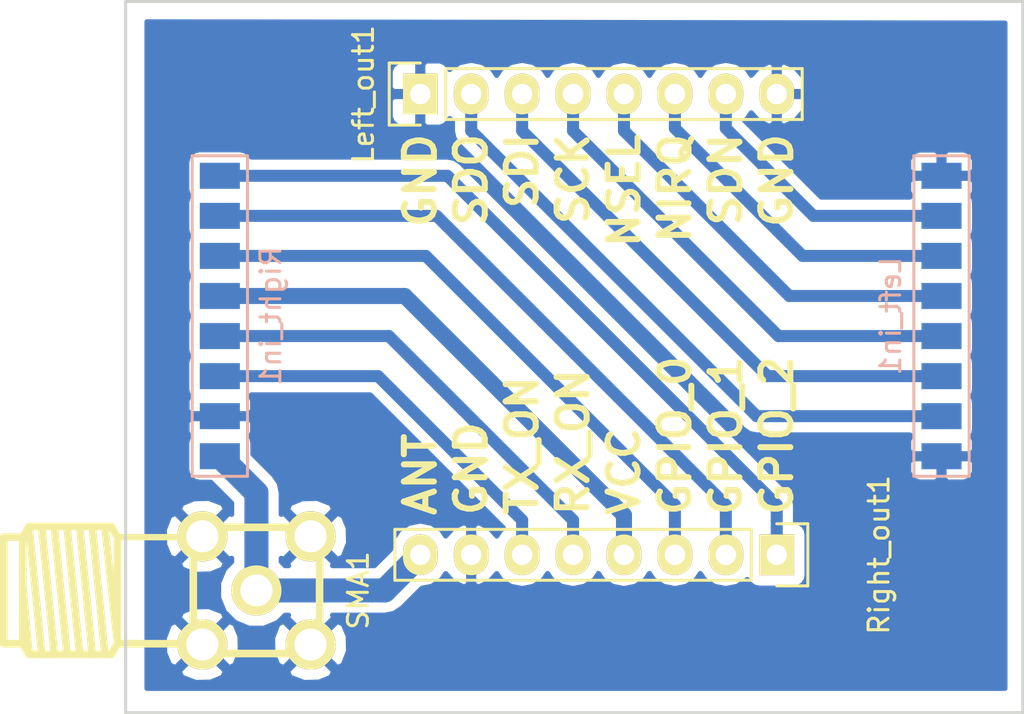
<source format=kicad_pcb>
(kicad_pcb (version 4) (host pcbnew 4.0.0-rc1-stable)

  (general
    (links 23)
    (no_connects 0)
    (area 118.734559 89.924999 169.875001 133.075001)
    (thickness 1.6)
    (drawings 20)
    (tracks 42)
    (zones 0)
    (modules 5)
    (nets 15)
  )

  (page A4)
  (layers
    (0 F.Cu signal)
    (31 B.Cu signal)
    (32 B.Adhes user)
    (33 F.Adhes user)
    (34 B.Paste user)
    (35 F.Paste user)
    (36 B.SilkS user)
    (37 F.SilkS user)
    (38 B.Mask user)
    (39 F.Mask user)
    (40 Dwgs.User user)
    (41 Cmts.User user)
    (42 Eco1.User user)
    (43 Eco2.User user)
    (44 Edge.Cuts user)
    (45 Margin user)
    (46 B.CrtYd user)
    (47 F.CrtYd user)
    (48 B.Fab user)
    (49 F.Fab user)
  )

  (setup
    (last_trace_width 0.6)
    (trace_clearance 0.25)
    (zone_clearance 0.508)
    (zone_45_only no)
    (trace_min 0.2)
    (segment_width 0.2)
    (edge_width 0.15)
    (via_size 0.6)
    (via_drill 0.4)
    (via_min_size 0.4)
    (via_min_drill 0.3)
    (uvia_size 0.3)
    (uvia_drill 0.1)
    (uvias_allowed no)
    (uvia_min_size 0.2)
    (uvia_min_drill 0.1)
    (pcb_text_width 0.3)
    (pcb_text_size 1.5 1.5)
    (mod_edge_width 0.15)
    (mod_text_size 1 1)
    (mod_text_width 0.15)
    (pad_size 1.524 1.524)
    (pad_drill 0.762)
    (pad_to_mask_clearance 0.2)
    (aux_axis_origin 0 0)
    (visible_elements FFFFFF7F)
    (pcbplotparams
      (layerselection 0x00030_80000001)
      (usegerberextensions false)
      (excludeedgelayer true)
      (linewidth 0.100000)
      (plotframeref false)
      (viasonmask false)
      (mode 1)
      (useauxorigin false)
      (hpglpennumber 1)
      (hpglpenspeed 20)
      (hpglpendiameter 15)
      (hpglpenoverlay 2)
      (psnegative false)
      (psa4output false)
      (plotreference true)
      (plotvalue true)
      (plotinvisibletext false)
      (padsonsilk false)
      (subtractmaskfromsilk false)
      (outputformat 1)
      (mirror false)
      (drillshape 1)
      (scaleselection 1)
      (outputdirectory ""))
  )

  (net 0 "")
  (net 1 GND)
  (net 2 /SDN)
  (net 3 /NIRQ)
  (net 4 /NSEL)
  (net 5 /SCK)
  (net 6 /SDI)
  (net 7 /SDO)
  (net 8 /ANT)
  (net 9 /TXON)
  (net 10 /RXON)
  (net 11 /VCC)
  (net 12 /GPIO_0)
  (net 13 /GPIO_1)
  (net 14 /GPIO_2)

  (net_class Default "This is the default net class."
    (clearance 0.25)
    (trace_width 0.6)
    (via_dia 0.6)
    (via_drill 0.4)
    (uvia_dia 0.3)
    (uvia_drill 0.1)
    (add_net /GPIO_0)
    (add_net /GPIO_1)
    (add_net /GPIO_2)
    (add_net /NIRQ)
    (add_net /NSEL)
    (add_net /RXON)
    (add_net /SCK)
    (add_net /SDI)
    (add_net /SDN)
    (add_net /SDO)
    (add_net /TXON)
    (add_net GND)
  )

  (net_class Antena ""
    (clearance 0.3)
    (trace_width 1.2)
    (via_dia 0.6)
    (via_drill 0.4)
    (uvia_dia 0.3)
    (uvia_drill 0.1)
    (add_net /ANT)
  )

  (net_class Energy ""
    (clearance 0.25)
    (trace_width 0.8)
    (via_dia 0.6)
    (via_drill 0.4)
    (uvia_dia 0.3)
    (uvia_drill 0.1)
    (add_net /VCC)
  )

  (module Pin_Headers_2:Pin_Header_1x08 (layer B.Cu) (tedit 563299A8) (tstamp 56329A35)
    (at 166 110 90)
    (path /56326F7F)
    (fp_text reference Left_in1 (at 0 -2.54 90) (layer B.SilkS)
      (effects (font (size 1 1) (thickness 0.15)) (justify mirror))
    )
    (fp_text value CONN_01X08 (at 0 2.54 90) (layer B.Fab)
      (effects (font (size 1 1) (thickness 0.15)) (justify mirror))
    )
    (fp_line (start 8 1.38) (end 8 -1.38) (layer B.SilkS) (width 0.15))
    (fp_line (start -8 1.38) (end -8 -1.38) (layer B.SilkS) (width 0.15))
    (fp_line (start -8 1.38) (end 8 1.38) (layer B.SilkS) (width 0.15))
    (fp_line (start -8 -1.38) (end 8 -1.38) (layer B.SilkS) (width 0.15))
    (pad 8 smd rect (at 7 0 90) (size 1.3 2) (layers B.Cu B.Paste B.Mask)
      (net 1 GND))
    (pad 7 smd rect (at 5 0 90) (size 1.3 2) (layers B.Cu B.Paste B.Mask)
      (net 2 /SDN))
    (pad 6 smd rect (at 3 0 90) (size 1.3 2) (layers B.Cu B.Paste B.Mask)
      (net 3 /NIRQ))
    (pad 5 smd rect (at 1 0 90) (size 1.3 2) (layers B.Cu B.Paste B.Mask)
      (net 4 /NSEL))
    (pad 4 smd rect (at -1 0 90) (size 1.3 2) (layers B.Cu B.Paste B.Mask)
      (net 5 /SCK))
    (pad 3 smd rect (at -3 0 90) (size 1.3 2) (layers B.Cu B.Paste B.Mask)
      (net 6 /SDI))
    (pad 2 smd rect (at -5 0 90) (size 1.3 2) (layers B.Cu B.Paste B.Mask)
      (net 7 /SDO))
    (pad 1 smd rect (at -7 0 90) (size 1.3 2) (layers B.Cu B.Paste B.Mask)
      (net 1 GND))
  )

  (module Pin_Headers:Pin_Header_Straight_1x08 (layer F.Cu) (tedit 563BAFBD) (tstamp 56329A41)
    (at 140 98.92 90)
    (descr "Through hole pin header")
    (tags "pin header")
    (path /5632714F)
    (fp_text reference Left_out1 (at -0.013 -2.84 90) (layer F.SilkS)
      (effects (font (size 1 1) (thickness 0.15)))
    )
    (fp_text value CONN_01X08 (at 2.527 9.352 180) (layer F.Fab)
      (effects (font (size 1 1) (thickness 0.15)))
    )
    (fp_line (start -1.75 -1.75) (end -1.75 19.55) (layer F.CrtYd) (width 0.05))
    (fp_line (start 1.75 -1.75) (end 1.75 19.55) (layer F.CrtYd) (width 0.05))
    (fp_line (start -1.75 -1.75) (end 1.75 -1.75) (layer F.CrtYd) (width 0.05))
    (fp_line (start -1.75 19.55) (end 1.75 19.55) (layer F.CrtYd) (width 0.05))
    (fp_line (start 1.27 1.27) (end 1.27 19.05) (layer F.SilkS) (width 0.15))
    (fp_line (start 1.27 19.05) (end -1.27 19.05) (layer F.SilkS) (width 0.15))
    (fp_line (start -1.27 19.05) (end -1.27 1.27) (layer F.SilkS) (width 0.15))
    (fp_line (start 1.55 -1.55) (end 1.55 0) (layer F.SilkS) (width 0.15))
    (fp_line (start 1.27 1.27) (end -1.27 1.27) (layer F.SilkS) (width 0.15))
    (fp_line (start -1.55 0) (end -1.55 -1.55) (layer F.SilkS) (width 0.15))
    (fp_line (start -1.55 -1.55) (end 1.55 -1.55) (layer F.SilkS) (width 0.15))
    (pad 1 thru_hole rect (at 0 0 90) (size 2.032 1.7272) (drill 1.016) (layers *.Cu *.Mask F.SilkS)
      (net 1 GND))
    (pad 2 thru_hole oval (at 0 2.54 90) (size 2.032 1.7272) (drill 1.016) (layers *.Cu *.Mask F.SilkS)
      (net 7 /SDO))
    (pad 3 thru_hole oval (at 0 5.08 90) (size 2.032 1.7272) (drill 1.016) (layers *.Cu *.Mask F.SilkS)
      (net 6 /SDI))
    (pad 4 thru_hole oval (at 0 7.62 90) (size 2.032 1.7272) (drill 1.016) (layers *.Cu *.Mask F.SilkS)
      (net 5 /SCK))
    (pad 5 thru_hole oval (at 0 10.16 90) (size 2.032 1.7272) (drill 1.016) (layers *.Cu *.Mask F.SilkS)
      (net 4 /NSEL))
    (pad 6 thru_hole oval (at 0 12.7 90) (size 2.032 1.7272) (drill 1.016) (layers *.Cu *.Mask F.SilkS)
      (net 3 /NIRQ))
    (pad 7 thru_hole oval (at 0 15.24 90) (size 2.032 1.7272) (drill 1.016) (layers *.Cu *.Mask F.SilkS)
      (net 2 /SDN))
    (pad 8 thru_hole oval (at 0 17.78 90) (size 2.032 1.7272) (drill 1.016) (layers *.Cu *.Mask F.SilkS)
      (net 1 GND))
    (model Pin_Headers.3dshapes/Pin_Header_Straight_1x08.wrl
      (at (xyz 0 -0.35 0))
      (scale (xyz 1 1 1))
      (rotate (xyz 0 0 90))
    )
  )

  (module Pin_Headers_2:Pin_Header_1x08 (layer B.Cu) (tedit 563299A8) (tstamp 56329A4D)
    (at 130 110 270)
    (path /56326EAB)
    (fp_text reference Right_in1 (at 0 -2.54 270) (layer B.SilkS)
      (effects (font (size 1 1) (thickness 0.15)) (justify mirror))
    )
    (fp_text value CONN_01X08 (at 0 2.54 270) (layer B.Fab)
      (effects (font (size 1 1) (thickness 0.15)) (justify mirror))
    )
    (fp_line (start 8 1.38) (end 8 -1.38) (layer B.SilkS) (width 0.15))
    (fp_line (start -8 1.38) (end -8 -1.38) (layer B.SilkS) (width 0.15))
    (fp_line (start -8 1.38) (end 8 1.38) (layer B.SilkS) (width 0.15))
    (fp_line (start -8 -1.38) (end 8 -1.38) (layer B.SilkS) (width 0.15))
    (pad 8 smd rect (at 7 0 270) (size 1.3 2) (layers B.Cu B.Paste B.Mask)
      (net 8 /ANT))
    (pad 7 smd rect (at 5 0 270) (size 1.3 2) (layers B.Cu B.Paste B.Mask)
      (net 1 GND))
    (pad 6 smd rect (at 3 0 270) (size 1.3 2) (layers B.Cu B.Paste B.Mask)
      (net 9 /TXON))
    (pad 5 smd rect (at 1 0 270) (size 1.3 2) (layers B.Cu B.Paste B.Mask)
      (net 10 /RXON))
    (pad 4 smd rect (at -1 0 270) (size 1.3 2) (layers B.Cu B.Paste B.Mask)
      (net 11 /VCC))
    (pad 3 smd rect (at -3 0 270) (size 1.3 2) (layers B.Cu B.Paste B.Mask)
      (net 12 /GPIO_0))
    (pad 2 smd rect (at -5 0 270) (size 1.3 2) (layers B.Cu B.Paste B.Mask)
      (net 13 /GPIO_1))
    (pad 1 smd rect (at -7 0 270) (size 1.3 2) (layers B.Cu B.Paste B.Mask)
      (net 14 /GPIO_2))
  )

  (module Pin_Headers:Pin_Header_Straight_1x08 (layer F.Cu) (tedit 0) (tstamp 56329A59)
    (at 157.78 121.92 270)
    (descr "Through hole pin header")
    (tags "pin header")
    (path /563270D4)
    (fp_text reference Right_out1 (at 0 -5.1 270) (layer F.SilkS)
      (effects (font (size 1 1) (thickness 0.15)))
    )
    (fp_text value CONN_01X08 (at 0 -3.1 270) (layer F.Fab)
      (effects (font (size 1 1) (thickness 0.15)))
    )
    (fp_line (start -1.75 -1.75) (end -1.75 19.55) (layer F.CrtYd) (width 0.05))
    (fp_line (start 1.75 -1.75) (end 1.75 19.55) (layer F.CrtYd) (width 0.05))
    (fp_line (start -1.75 -1.75) (end 1.75 -1.75) (layer F.CrtYd) (width 0.05))
    (fp_line (start -1.75 19.55) (end 1.75 19.55) (layer F.CrtYd) (width 0.05))
    (fp_line (start 1.27 1.27) (end 1.27 19.05) (layer F.SilkS) (width 0.15))
    (fp_line (start 1.27 19.05) (end -1.27 19.05) (layer F.SilkS) (width 0.15))
    (fp_line (start -1.27 19.05) (end -1.27 1.27) (layer F.SilkS) (width 0.15))
    (fp_line (start 1.55 -1.55) (end 1.55 0) (layer F.SilkS) (width 0.15))
    (fp_line (start 1.27 1.27) (end -1.27 1.27) (layer F.SilkS) (width 0.15))
    (fp_line (start -1.55 0) (end -1.55 -1.55) (layer F.SilkS) (width 0.15))
    (fp_line (start -1.55 -1.55) (end 1.55 -1.55) (layer F.SilkS) (width 0.15))
    (pad 1 thru_hole rect (at 0 0 270) (size 2.032 1.7272) (drill 1.016) (layers *.Cu *.Mask F.SilkS)
      (net 14 /GPIO_2))
    (pad 2 thru_hole oval (at 0 2.54 270) (size 2.032 1.7272) (drill 1.016) (layers *.Cu *.Mask F.SilkS)
      (net 13 /GPIO_1))
    (pad 3 thru_hole oval (at 0 5.08 270) (size 2.032 1.7272) (drill 1.016) (layers *.Cu *.Mask F.SilkS)
      (net 12 /GPIO_0))
    (pad 4 thru_hole oval (at 0 7.62 270) (size 2.032 1.7272) (drill 1.016) (layers *.Cu *.Mask F.SilkS)
      (net 11 /VCC))
    (pad 5 thru_hole oval (at 0 10.16 270) (size 2.032 1.7272) (drill 1.016) (layers *.Cu *.Mask F.SilkS)
      (net 10 /RXON))
    (pad 6 thru_hole oval (at 0 12.7 270) (size 2.032 1.7272) (drill 1.016) (layers *.Cu *.Mask F.SilkS)
      (net 9 /TXON))
    (pad 7 thru_hole oval (at 0 15.24 270) (size 2.032 1.7272) (drill 1.016) (layers *.Cu *.Mask F.SilkS)
      (net 1 GND))
    (pad 8 thru_hole oval (at 0 17.78 270) (size 2.032 1.7272) (drill 1.016) (layers *.Cu *.Mask F.SilkS)
      (net 8 /ANT))
    (model Pin_Headers.3dshapes/Pin_Header_Straight_1x08.wrl
      (at (xyz 0 -0.35 0))
      (scale (xyz 1 1 1))
      (rotate (xyz 0 0 90))
    )
  )

  (module Pin_Headers_2:SMA (layer F.Cu) (tedit 563295C4) (tstamp 56329A7B)
    (at 131.826 123.698 90)
    (path /563275C9)
    (fp_text reference SMA1 (at 0 5.08 90) (layer F.SilkS)
      (effects (font (size 1 1) (thickness 0.15)))
    )
    (fp_text value CONN_01X05 (at 0 -5.08 90) (layer F.Fab)
      (effects (font (size 1 1) (thickness 0.15)))
    )
    (fp_line (start -3.19278 -11.3411) (end 0.2667 -11.65606) (layer F.SilkS) (width 0.381))
    (fp_line (start -3.19278 -10.71118) (end 3.19278 -11.3411) (layer F.SilkS) (width 0.381))
    (fp_line (start -3.19278 -10.08126) (end 3.19278 -10.71118) (layer F.SilkS) (width 0.381))
    (fp_line (start -3.19278 -9.4488) (end 3.19278 -10.08126) (layer F.SilkS) (width 0.381))
    (fp_line (start -3.19278 -8.81888) (end 3.19278 -9.4488) (layer F.SilkS) (width 0.381))
    (fp_line (start -3.19278 -8.18896) (end 3.19278 -8.81888) (layer F.SilkS) (width 0.381))
    (fp_line (start -3.19278 -7.55904) (end 3.19278 -8.18896) (layer F.SilkS) (width 0.381))
    (fp_line (start 3.19278 -7.55904) (end -2.65938 -6.92912) (layer F.SilkS) (width 0.381))
    (fp_line (start -2.65938 -11.65606) (end -2.65938 -12.60094) (layer F.SilkS) (width 0.381))
    (fp_line (start 2.65938 -12.60094) (end -2.65938 -12.60094) (layer F.SilkS) (width 0.381))
    (fp_line (start 2.65938 -11.65606) (end 2.65938 -12.60094) (layer F.SilkS) (width 0.381))
    (fp_line (start 2.65938 -11.65606) (end 3.19278 -11.3411) (layer F.SilkS) (width 0.381))
    (fp_line (start -3.19278 -11.3411) (end -2.65938 -11.65606) (layer F.SilkS) (width 0.381))
    (fp_line (start -2.65938 -11.65606) (end 2.65938 -11.65606) (layer F.SilkS) (width 0.381))
    (fp_line (start -3.19278 -7.24408) (end -3.19278 -11.3411) (layer F.SilkS) (width 0.381))
    (fp_line (start -2.65938 -6.92912) (end -3.19278 -7.24408) (layer F.SilkS) (width 0.381))
    (fp_line (start 3.19278 -11.3411) (end 3.19278 -7.24408) (layer F.SilkS) (width 0.381))
    (fp_line (start 3.19278 -7.24408) (end 2.65938 -6.92912) (layer F.SilkS) (width 0.381))
    (fp_line (start 2.65938 -6.92912) (end -2.65938 -6.92912) (layer F.SilkS) (width 0.381))
    (fp_line (start 2.65938 -3.1496) (end 2.65938 -6.92912) (layer F.SilkS) (width 0.318))
    (fp_line (start -2.65938 -3.1496) (end -2.65938 -6.92912) (layer F.SilkS) (width 0.381))
    (fp_line (start -3.1496 3.1496) (end 3.1496 3.1496) (layer F.SilkS) (width 0.381))
    (fp_line (start -3.1496 -3.1496) (end 3.1496 -3.1496) (layer F.SilkS) (width 0.381))
    (fp_line (start 3.1496 -3.1496) (end 3.1496 3.1496) (layer F.SilkS) (width 0.381))
    (fp_line (start -3.1496 3.1496) (end -3.1496 -3.1496) (layer F.SilkS) (width 0.381))
    (pad 2 thru_hole circle (at -2.7 -2.7 90) (size 2.5 2.5) (drill 1.6) (layers *.Cu *.Mask F.SilkS)
      (net 1 GND))
    (pad 3 thru_hole circle (at 2.7 -2.7 90) (size 2.5 2.5) (drill 1.6) (layers *.Cu *.Mask F.SilkS)
      (net 1 GND))
    (pad 5 thru_hole circle (at -2.7 2.7 90) (size 2.5 2.5) (drill 1.6) (layers *.Cu *.Mask F.SilkS)
      (net 1 GND))
    (pad 4 thru_hole circle (at 2.7 2.7 90) (size 2.5 2.5) (drill 1.6) (layers *.Cu *.Mask F.SilkS)
      (net 1 GND))
    (pad 1 thru_hole circle (at 0 0 90) (size 2.5 2.5) (drill 1.6) (layers *.Cu *.Mask F.SilkS)
      (net 8 /ANT))
  )

  (gr_line (start 170.05 129.8) (end 125.3 129.8) (angle 90) (layer Edge.Cuts) (width 0.15))
  (gr_line (start 125.3 94.3) (end 170.05 94.3) (angle 90) (layer Edge.Cuts) (width 0.15))
  (gr_line (start 170.05 94.3) (end 170.05 129.8) (angle 90) (layer Edge.Cuts) (width 0.15))
  (gr_line (start 125.3 129.8) (end 125.3 94.3) (angle 90) (layer Edge.Cuts) (width 0.15))
  (gr_text GND (at 157.78 100.75 90) (layer F.SilkS)
    (effects (font (size 1.5 1.5) (thickness 0.3)) (justify right))
  )
  (gr_text SDN (at 155.24 100.75 90) (layer F.SilkS)
    (effects (font (size 1.5 1.5) (thickness 0.3)) (justify right))
  )
  (gr_text NIRQ (at 152.7 100.75 90) (layer F.SilkS)
    (effects (font (size 1.5 1.5) (thickness 0.3)) (justify right))
  )
  (gr_text NSEL (at 150.16 100.75 90) (layer F.SilkS)
    (effects (font (size 1.5 1.5) (thickness 0.3)) (justify right))
  )
  (gr_text SCK (at 147.62 100.75 90) (layer F.SilkS)
    (effects (font (size 1.5 1.5) (thickness 0.3)) (justify right))
  )
  (gr_text SDI (at 145.08 100.75 90) (layer F.SilkS)
    (effects (font (size 1.5 1.5) (thickness 0.3)) (justify right))
  )
  (gr_text SDO (at 142.54 100.75 90) (layer F.SilkS)
    (effects (font (size 1.5 1.5) (thickness 0.3)) (justify right))
  )
  (gr_text GND (at 140 100.75 90) (layer F.SilkS)
    (effects (font (size 1.5 1.5) (thickness 0.3)) (justify right))
  )
  (gr_text GPIO_2 (at 157.78 120.1 90) (layer F.SilkS)
    (effects (font (size 1.5 1.5) (thickness 0.3)) (justify left))
  )
  (gr_text GPIO_1 (at 155.24 120.1 90) (layer F.SilkS)
    (effects (font (size 1.5 1.5) (thickness 0.3)) (justify left))
  )
  (gr_text GPIO_0 (at 152.7 120.1 90) (layer F.SilkS)
    (effects (font (size 1.5 1.5) (thickness 0.3)) (justify left))
  )
  (gr_text VCC (at 150.16 120.1 90) (layer F.SilkS)
    (effects (font (size 1.5 1.5) (thickness 0.3)) (justify left))
  )
  (gr_text RX_ON (at 147.62 120.1 90) (layer F.SilkS)
    (effects (font (size 1.5 1.5) (thickness 0.3)) (justify left))
  )
  (gr_text TX_ON (at 145.08 120.1 90) (layer F.SilkS)
    (effects (font (size 1.5 1.5) (thickness 0.3)) (justify left))
  )
  (gr_text GND (at 142.54 120.1 90) (layer F.SilkS)
    (effects (font (size 1.5 1.5) (thickness 0.3)) (justify left))
  )
  (gr_text ANT (at 140 120.1 90) (layer F.SilkS)
    (effects (font (size 1.5 1.5) (thickness 0.3)) (justify left))
  )

  (segment (start 155.24 98.92) (end 155.24 100.63) (width 0.6) (layer B.Cu) (net 2))
  (segment (start 159.61 105) (end 166 105) (width 0.6) (layer B.Cu) (net 2) (tstamp 563A623C))
  (segment (start 155.24 100.63) (end 159.61 105) (width 0.6) (layer B.Cu) (net 2) (tstamp 563A6233))
  (segment (start 155.24 98.92) (end 155.24 99.36) (width 0.6) (layer B.Cu) (net 2))
  (segment (start 152.7 98.92) (end 152.7 100.63) (width 0.6) (layer B.Cu) (net 3))
  (segment (start 159.07 107) (end 166 107) (width 0.6) (layer B.Cu) (net 3) (tstamp 563A61E8))
  (segment (start 152.7 100.63) (end 159.07 107) (width 0.6) (layer B.Cu) (net 3) (tstamp 563A61E0))
  (segment (start 152.7 98.92) (end 152.7 99.741) (width 0.6) (layer B.Cu) (net 3))
  (segment (start 150.16 98.92) (end 150.16 100.757) (width 0.6) (layer B.Cu) (net 4))
  (segment (start 158.403 109) (end 166 109) (width 0.6) (layer B.Cu) (net 4) (tstamp 563A6150))
  (segment (start 150.16 100.757) (end 158.403 109) (width 0.6) (layer B.Cu) (net 4) (tstamp 563A614B))
  (segment (start 147.62 98.92) (end 147.62 100.757) (width 0.6) (layer B.Cu) (net 5))
  (segment (start 157.863 111) (end 166 111) (width 0.6) (layer B.Cu) (net 5) (tstamp 563A619B))
  (segment (start 147.62 100.757) (end 157.863 111) (width 0.6) (layer B.Cu) (net 5) (tstamp 563A6195))
  (segment (start 145.08 98.92) (end 145.08 100.757) (width 0.6) (layer B.Cu) (net 6))
  (segment (start 157.323 113) (end 166 113) (width 0.6) (layer B.Cu) (net 6) (tstamp 563A61A7))
  (segment (start 145.08 100.757) (end 157.323 113) (width 0.6) (layer B.Cu) (net 6) (tstamp 563A61A2))
  (segment (start 142.54 98.92) (end 142.54 100.757) (width 0.6) (layer B.Cu) (net 7))
  (segment (start 156.783 115) (end 166 115) (width 0.6) (layer B.Cu) (net 7) (tstamp 563A6255))
  (segment (start 142.54 100.757) (end 156.783 115) (width 0.6) (layer B.Cu) (net 7) (tstamp 563A624D))
  (segment (start 131.826 123.698) (end 138.222 123.698) (width 1.2) (layer B.Cu) (net 8))
  (segment (start 138.222 123.698) (end 140 121.92) (width 1.2) (layer B.Cu) (net 8) (tstamp 563A539E))
  (segment (start 131.826 123.698) (end 131.826 118.826) (width 1.2) (layer B.Cu) (net 8))
  (segment (start 131.826 118.826) (end 130 117) (width 1.2) (layer B.Cu) (net 8) (tstamp 563A530C))
  (segment (start 130 113) (end 137.892 113) (width 0.6) (layer B.Cu) (net 9))
  (segment (start 145.08 120.188) (end 145.08 121.92) (width 0.6) (layer B.Cu) (net 9) (tstamp 563A53B5))
  (segment (start 137.892 113) (end 145.08 120.188) (width 0.6) (layer B.Cu) (net 9) (tstamp 563A53AC))
  (segment (start 130 111) (end 138.432 111) (width 0.6) (layer B.Cu) (net 10))
  (segment (start 147.62 120.188) (end 147.62 121.92) (width 0.6) (layer B.Cu) (net 10) (tstamp 563A53BC))
  (segment (start 138.432 111) (end 147.62 120.188) (width 0.6) (layer B.Cu) (net 10) (tstamp 563A53B8))
  (segment (start 130 109) (end 139.226 109) (width 0.8) (layer B.Cu) (net 11))
  (segment (start 150.16 119.934) (end 150.16 121.92) (width 0.8) (layer B.Cu) (net 11) (tstamp 563A53C3))
  (segment (start 139.226 109) (end 150.16 119.934) (width 0.8) (layer B.Cu) (net 11) (tstamp 563A53BF))
  (segment (start 130 107) (end 140.274 107) (width 0.6) (layer B.Cu) (net 12))
  (segment (start 152.7 119.426) (end 152.7 121.92) (width 0.6) (layer B.Cu) (net 12) (tstamp 563A5822))
  (segment (start 140.274 107) (end 152.7 119.426) (width 0.6) (layer B.Cu) (net 12) (tstamp 563A581B))
  (segment (start 130 105) (end 140.814 105) (width 0.6) (layer B.Cu) (net 13))
  (segment (start 155.24 119.426) (end 155.24 121.92) (width 0.6) (layer B.Cu) (net 13) (tstamp 563A6282))
  (segment (start 140.814 105) (end 155.24 119.426) (width 0.6) (layer B.Cu) (net 13) (tstamp 563A6278))
  (segment (start 130 103) (end 141.354 103) (width 0.6) (layer B.Cu) (net 14))
  (segment (start 157.78 119.426) (end 157.78 121.92) (width 0.6) (layer B.Cu) (net 14) (tstamp 563A62B6))
  (segment (start 141.354 103) (end 157.78 119.426) (width 0.6) (layer B.Cu) (net 14) (tstamp 563A62B0))

  (zone (net 1) (net_name GND) (layer B.Cu) (tstamp 563BB026) (hatch edge 0.508)
    (connect_pads (clearance 0.508))
    (min_thickness 0.254)
    (fill yes (arc_segments 16) (thermal_gap 0.508) (thermal_bridge_width 0.508))
    (polygon
      (pts
        (xy 126.238 95.1865) (xy 126.238 128.7145) (xy 168.9735 128.7145) (xy 169.291 128.7145) (xy 169.291 95.25)
        (xy 126.238 95.1865)
      )
    )
    (filled_polygon
      (pts
        (xy 169.164 95.376813) (xy 169.164 128.5875) (xy 126.365 128.5875) (xy 126.365 127.73132) (xy 127.972285 127.73132)
        (xy 128.101533 128.024123) (xy 128.801806 128.292388) (xy 129.551435 128.27225) (xy 130.150467 128.024123) (xy 130.279715 127.73132)
        (xy 133.372285 127.73132) (xy 133.501533 128.024123) (xy 134.201806 128.292388) (xy 134.951435 128.27225) (xy 135.550467 128.024123)
        (xy 135.679715 127.73132) (xy 134.526 126.577605) (xy 133.372285 127.73132) (xy 130.279715 127.73132) (xy 129.126 126.577605)
        (xy 127.972285 127.73132) (xy 126.365 127.73132) (xy 126.365 126.073806) (xy 127.231612 126.073806) (xy 127.25175 126.823435)
        (xy 127.499877 127.422467) (xy 127.79268 127.551715) (xy 128.946395 126.398) (xy 129.305605 126.398) (xy 130.45932 127.551715)
        (xy 130.752123 127.422467) (xy 131.020388 126.722194) (xy 131.00297 126.073806) (xy 132.631612 126.073806) (xy 132.65175 126.823435)
        (xy 132.899877 127.422467) (xy 133.19268 127.551715) (xy 134.346395 126.398) (xy 134.705605 126.398) (xy 135.85932 127.551715)
        (xy 136.152123 127.422467) (xy 136.420388 126.722194) (xy 136.40025 125.972565) (xy 136.152123 125.373533) (xy 135.85932 125.244285)
        (xy 134.705605 126.398) (xy 134.346395 126.398) (xy 133.19268 125.244285) (xy 132.899877 125.373533) (xy 132.631612 126.073806)
        (xy 131.00297 126.073806) (xy 131.00025 125.972565) (xy 130.752123 125.373533) (xy 130.45932 125.244285) (xy 129.305605 126.398)
        (xy 128.946395 126.398) (xy 127.79268 125.244285) (xy 127.499877 125.373533) (xy 127.231612 126.073806) (xy 126.365 126.073806)
        (xy 126.365 125.06468) (xy 127.972285 125.06468) (xy 129.126 126.218395) (xy 130.279715 125.06468) (xy 130.150467 124.771877)
        (xy 129.450194 124.503612) (xy 128.700565 124.52375) (xy 128.101533 124.771877) (xy 127.972285 125.06468) (xy 126.365 125.06468)
        (xy 126.365 122.33132) (xy 127.972285 122.33132) (xy 128.101533 122.624123) (xy 128.801806 122.892388) (xy 129.551435 122.87225)
        (xy 130.150467 122.624123) (xy 130.279715 122.33132) (xy 129.126 121.177605) (xy 127.972285 122.33132) (xy 126.365 122.33132)
        (xy 126.365 120.673806) (xy 127.231612 120.673806) (xy 127.25175 121.423435) (xy 127.499877 122.022467) (xy 127.79268 122.151715)
        (xy 128.946395 120.998) (xy 127.79268 119.844285) (xy 127.499877 119.973533) (xy 127.231612 120.673806) (xy 126.365 120.673806)
        (xy 126.365 119.66468) (xy 127.972285 119.66468) (xy 129.126 120.818395) (xy 130.279715 119.66468) (xy 130.150467 119.371877)
        (xy 129.450194 119.103612) (xy 128.700565 119.12375) (xy 128.101533 119.371877) (xy 127.972285 119.66468) (xy 126.365 119.66468)
        (xy 126.365 116.35) (xy 128.35256 116.35) (xy 128.35256 117.65) (xy 128.396838 117.885317) (xy 128.53591 118.101441)
        (xy 128.74811 118.246431) (xy 129 118.29744) (xy 129.550886 118.29744) (xy 130.591 119.337554) (xy 130.591 119.902411)
        (xy 130.45932 119.844285) (xy 129.305605 120.998) (xy 130.45932 122.151715) (xy 130.591 122.093589) (xy 130.591 122.267377)
        (xy 130.228907 122.628839) (xy 129.941328 123.321405) (xy 129.940674 124.071305) (xy 130.227043 124.764372) (xy 130.756839 125.295093)
        (xy 131.449405 125.582672) (xy 132.199305 125.583326) (xy 132.892372 125.296957) (xy 133.256964 124.933) (xy 133.430411 124.933)
        (xy 133.372285 125.06468) (xy 134.526 126.218395) (xy 135.679715 125.06468) (xy 135.621589 124.933) (xy 138.222 124.933)
        (xy 138.694614 124.838991) (xy 139.095277 124.571277) (xy 140.078904 123.58765) (xy 140.573489 123.489271) (xy 141.05967 123.164415)
        (xy 141.266461 122.854931) (xy 141.637964 123.270732) (xy 142.165209 123.524709) (xy 142.180974 123.527358) (xy 142.413 123.406217)
        (xy 142.413 122.047) (xy 142.393 122.047) (xy 142.393 121.793) (xy 142.413 121.793) (xy 142.413 120.433783)
        (xy 142.180974 120.312642) (xy 142.165209 120.315291) (xy 141.637964 120.569268) (xy 141.266461 120.985069) (xy 141.05967 120.675585)
        (xy 140.573489 120.350729) (xy 140 120.236655) (xy 139.426511 120.350729) (xy 138.94033 120.675585) (xy 138.615474 121.161766)
        (xy 138.517095 121.656351) (xy 137.710446 122.463) (xy 135.621589 122.463) (xy 135.679715 122.33132) (xy 134.526 121.177605)
        (xy 133.372285 122.33132) (xy 133.430411 122.463) (xy 133.256623 122.463) (xy 133.061 122.267036) (xy 133.061 122.093589)
        (xy 133.19268 122.151715) (xy 134.346395 120.998) (xy 134.705605 120.998) (xy 135.85932 122.151715) (xy 136.152123 122.022467)
        (xy 136.420388 121.322194) (xy 136.40025 120.572565) (xy 136.152123 119.973533) (xy 135.85932 119.844285) (xy 134.705605 120.998)
        (xy 134.346395 120.998) (xy 133.19268 119.844285) (xy 133.061 119.902411) (xy 133.061 119.66468) (xy 133.372285 119.66468)
        (xy 134.526 120.818395) (xy 135.679715 119.66468) (xy 135.550467 119.371877) (xy 134.850194 119.103612) (xy 134.100565 119.12375)
        (xy 133.501533 119.371877) (xy 133.372285 119.66468) (xy 133.061 119.66468) (xy 133.061 118.826) (xy 132.966991 118.353386)
        (xy 132.699277 117.952723) (xy 131.64744 116.900886) (xy 131.64744 116.35) (xy 131.603162 116.114683) (xy 131.536671 116.011354)
        (xy 131.538327 116.009698) (xy 131.635 115.776309) (xy 131.635 115.28575) (xy 131.47625 115.127) (xy 130.127 115.127)
        (xy 130.127 115.147) (xy 129.873 115.147) (xy 129.873 115.127) (xy 128.52375 115.127) (xy 128.365 115.28575)
        (xy 128.365 115.776309) (xy 128.461673 116.009698) (xy 128.463043 116.011068) (xy 128.403569 116.09811) (xy 128.35256 116.35)
        (xy 126.365 116.35) (xy 126.365 102.35) (xy 128.35256 102.35) (xy 128.35256 103.65) (xy 128.396838 103.885317)
        (xy 128.47062 103.999978) (xy 128.403569 104.09811) (xy 128.35256 104.35) (xy 128.35256 105.65) (xy 128.396838 105.885317)
        (xy 128.47062 105.999978) (xy 128.403569 106.09811) (xy 128.35256 106.35) (xy 128.35256 107.65) (xy 128.396838 107.885317)
        (xy 128.47062 107.999978) (xy 128.403569 108.09811) (xy 128.35256 108.35) (xy 128.35256 109.65) (xy 128.396838 109.885317)
        (xy 128.47062 109.999978) (xy 128.403569 110.09811) (xy 128.35256 110.35) (xy 128.35256 111.65) (xy 128.396838 111.885317)
        (xy 128.47062 111.999978) (xy 128.403569 112.09811) (xy 128.35256 112.35) (xy 128.35256 113.65) (xy 128.396838 113.885317)
        (xy 128.463329 113.988646) (xy 128.461673 113.990302) (xy 128.365 114.223691) (xy 128.365 114.71425) (xy 128.52375 114.873)
        (xy 129.873 114.873) (xy 129.873 114.853) (xy 130.127 114.853) (xy 130.127 114.873) (xy 131.47625 114.873)
        (xy 131.635 114.71425) (xy 131.635 114.223691) (xy 131.538327 113.990302) (xy 131.536957 113.988932) (xy 131.573808 113.935)
        (xy 137.50471 113.935) (xy 144.145 120.57529) (xy 144.145 120.592283) (xy 144.02033 120.675585) (xy 143.813539 120.985069)
        (xy 143.442036 120.569268) (xy 142.914791 120.315291) (xy 142.899026 120.312642) (xy 142.667 120.433783) (xy 142.667 121.793)
        (xy 142.687 121.793) (xy 142.687 122.047) (xy 142.667 122.047) (xy 142.667 123.406217) (xy 142.899026 123.527358)
        (xy 142.914791 123.524709) (xy 143.442036 123.270732) (xy 143.813539 122.854931) (xy 144.02033 123.164415) (xy 144.506511 123.489271)
        (xy 145.08 123.603345) (xy 145.653489 123.489271) (xy 146.13967 123.164415) (xy 146.35 122.849634) (xy 146.56033 123.164415)
        (xy 147.046511 123.489271) (xy 147.62 123.603345) (xy 148.193489 123.489271) (xy 148.67967 123.164415) (xy 148.89 122.849634)
        (xy 149.10033 123.164415) (xy 149.586511 123.489271) (xy 150.16 123.603345) (xy 150.733489 123.489271) (xy 151.21967 123.164415)
        (xy 151.43 122.849634) (xy 151.64033 123.164415) (xy 152.126511 123.489271) (xy 152.7 123.603345) (xy 153.273489 123.489271)
        (xy 153.75967 123.164415) (xy 153.97 122.849634) (xy 154.18033 123.164415) (xy 154.666511 123.489271) (xy 155.24 123.603345)
        (xy 155.813489 123.489271) (xy 156.29967 123.164415) (xy 156.309243 123.150087) (xy 156.313238 123.171317) (xy 156.45231 123.387441)
        (xy 156.66451 123.532431) (xy 156.9164 123.58344) (xy 158.6436 123.58344) (xy 158.878917 123.539162) (xy 159.095041 123.40009)
        (xy 159.240031 123.18789) (xy 159.29104 122.936) (xy 159.29104 120.904) (xy 159.246762 120.668683) (xy 159.10769 120.452559)
        (xy 158.89549 120.307569) (xy 158.715 120.271019) (xy 158.715 119.426) (xy 158.643827 119.068191) (xy 158.441145 118.764855)
        (xy 156.96204 117.28575) (xy 164.365 117.28575) (xy 164.365 117.776309) (xy 164.461673 118.009698) (xy 164.640301 118.188327)
        (xy 164.87369 118.285) (xy 165.71425 118.285) (xy 165.873 118.12625) (xy 165.873 117.127) (xy 166.127 117.127)
        (xy 166.127 118.12625) (xy 166.28575 118.285) (xy 167.12631 118.285) (xy 167.359699 118.188327) (xy 167.538327 118.009698)
        (xy 167.635 117.776309) (xy 167.635 117.28575) (xy 167.47625 117.127) (xy 166.127 117.127) (xy 165.873 117.127)
        (xy 164.52375 117.127) (xy 164.365 117.28575) (xy 156.96204 117.28575) (xy 142.015145 102.338855) (xy 141.711809 102.136173)
        (xy 141.354 102.065) (xy 131.571192 102.065) (xy 131.46409 101.898559) (xy 131.25189 101.753569) (xy 131 101.70256)
        (xy 129 101.70256) (xy 128.764683 101.746838) (xy 128.548559 101.88591) (xy 128.403569 102.09811) (xy 128.35256 102.35)
        (xy 126.365 102.35) (xy 126.365 99.20575) (xy 138.5014 99.20575) (xy 138.5014 100.062309) (xy 138.598073 100.295698)
        (xy 138.776701 100.474327) (xy 139.01009 100.571) (xy 139.71425 100.571) (xy 139.873 100.41225) (xy 139.873 99.047)
        (xy 138.66015 99.047) (xy 138.5014 99.20575) (xy 126.365 99.20575) (xy 126.365 97.777691) (xy 138.5014 97.777691)
        (xy 138.5014 98.63425) (xy 138.66015 98.793) (xy 139.873 98.793) (xy 139.873 97.42775) (xy 140.127 97.42775)
        (xy 140.127 98.793) (xy 140.147 98.793) (xy 140.147 99.047) (xy 140.127 99.047) (xy 140.127 100.41225)
        (xy 140.28575 100.571) (xy 140.98991 100.571) (xy 141.223299 100.474327) (xy 141.401927 100.295698) (xy 141.4655 100.14222)
        (xy 141.48033 100.164415) (xy 141.605 100.247717) (xy 141.605 100.757) (xy 141.676173 101.114809) (xy 141.878855 101.418145)
        (xy 156.121855 115.661145) (xy 156.425191 115.863827) (xy 156.783 115.935) (xy 164.428808 115.935) (xy 164.463329 115.988646)
        (xy 164.461673 115.990302) (xy 164.365 116.223691) (xy 164.365 116.71425) (xy 164.52375 116.873) (xy 165.873 116.873)
        (xy 165.873 116.853) (xy 166.127 116.853) (xy 166.127 116.873) (xy 167.47625 116.873) (xy 167.635 116.71425)
        (xy 167.635 116.223691) (xy 167.538327 115.990302) (xy 167.536957 115.988932) (xy 167.596431 115.90189) (xy 167.64744 115.65)
        (xy 167.64744 114.35) (xy 167.603162 114.114683) (xy 167.52938 114.000022) (xy 167.596431 113.90189) (xy 167.64744 113.65)
        (xy 167.64744 112.35) (xy 167.603162 112.114683) (xy 167.52938 112.000022) (xy 167.596431 111.90189) (xy 167.64744 111.65)
        (xy 167.64744 110.35) (xy 167.603162 110.114683) (xy 167.52938 110.000022) (xy 167.596431 109.90189) (xy 167.64744 109.65)
        (xy 167.64744 108.35) (xy 167.603162 108.114683) (xy 167.52938 108.000022) (xy 167.596431 107.90189) (xy 167.64744 107.65)
        (xy 167.64744 106.35) (xy 167.603162 106.114683) (xy 167.52938 106.000022) (xy 167.596431 105.90189) (xy 167.64744 105.65)
        (xy 167.64744 104.35) (xy 167.603162 104.114683) (xy 167.536671 104.011354) (xy 167.538327 104.009698) (xy 167.635 103.776309)
        (xy 167.635 103.28575) (xy 167.47625 103.127) (xy 166.127 103.127) (xy 166.127 103.147) (xy 165.873 103.147)
        (xy 165.873 103.127) (xy 164.52375 103.127) (xy 164.365 103.28575) (xy 164.365 103.776309) (xy 164.461673 104.009698)
        (xy 164.463043 104.011068) (xy 164.426192 104.065) (xy 159.99729 104.065) (xy 158.155981 102.223691) (xy 164.365 102.223691)
        (xy 164.365 102.71425) (xy 164.52375 102.873) (xy 165.873 102.873) (xy 165.873 101.87375) (xy 166.127 101.87375)
        (xy 166.127 102.873) (xy 167.47625 102.873) (xy 167.635 102.71425) (xy 167.635 102.223691) (xy 167.538327 101.990302)
        (xy 167.359699 101.811673) (xy 167.12631 101.715) (xy 166.28575 101.715) (xy 166.127 101.87375) (xy 165.873 101.87375)
        (xy 165.71425 101.715) (xy 164.87369 101.715) (xy 164.640301 101.811673) (xy 164.461673 101.990302) (xy 164.365 102.223691)
        (xy 158.155981 102.223691) (xy 156.178001 100.245711) (xy 156.29967 100.164415) (xy 156.506461 99.854931) (xy 156.877964 100.270732)
        (xy 157.405209 100.524709) (xy 157.420974 100.527358) (xy 157.653 100.406217) (xy 157.653 99.047) (xy 157.907 99.047)
        (xy 157.907 100.406217) (xy 158.139026 100.527358) (xy 158.154791 100.524709) (xy 158.682036 100.270732) (xy 159.071954 99.83432)
        (xy 159.265184 99.281913) (xy 159.120924 99.047) (xy 157.907 99.047) (xy 157.653 99.047) (xy 157.633 99.047)
        (xy 157.633 98.793) (xy 157.653 98.793) (xy 157.653 97.433783) (xy 157.907 97.433783) (xy 157.907 98.793)
        (xy 159.120924 98.793) (xy 159.265184 98.558087) (xy 159.071954 98.00568) (xy 158.682036 97.569268) (xy 158.154791 97.315291)
        (xy 158.139026 97.312642) (xy 157.907 97.433783) (xy 157.653 97.433783) (xy 157.420974 97.312642) (xy 157.405209 97.315291)
        (xy 156.877964 97.569268) (xy 156.506461 97.985069) (xy 156.29967 97.675585) (xy 155.813489 97.350729) (xy 155.24 97.236655)
        (xy 154.666511 97.350729) (xy 154.18033 97.675585) (xy 153.97 97.990366) (xy 153.75967 97.675585) (xy 153.273489 97.350729)
        (xy 152.7 97.236655) (xy 152.126511 97.350729) (xy 151.64033 97.675585) (xy 151.43 97.990366) (xy 151.21967 97.675585)
        (xy 150.733489 97.350729) (xy 150.16 97.236655) (xy 149.586511 97.350729) (xy 149.10033 97.675585) (xy 148.89 97.990366)
        (xy 148.67967 97.675585) (xy 148.193489 97.350729) (xy 147.62 97.236655) (xy 147.046511 97.350729) (xy 146.56033 97.675585)
        (xy 146.35 97.990366) (xy 146.13967 97.675585) (xy 145.653489 97.350729) (xy 145.08 97.236655) (xy 144.506511 97.350729)
        (xy 144.02033 97.675585) (xy 143.81 97.990366) (xy 143.59967 97.675585) (xy 143.113489 97.350729) (xy 142.54 97.236655)
        (xy 141.966511 97.350729) (xy 141.48033 97.675585) (xy 141.4655 97.69778) (xy 141.401927 97.544302) (xy 141.223299 97.365673)
        (xy 140.98991 97.269) (xy 140.28575 97.269) (xy 140.127 97.42775) (xy 139.873 97.42775) (xy 139.71425 97.269)
        (xy 139.01009 97.269) (xy 138.776701 97.365673) (xy 138.598073 97.544302) (xy 138.5014 97.777691) (xy 126.365 97.777691)
        (xy 126.365 95.313688)
      )
    )
  )
)

</source>
